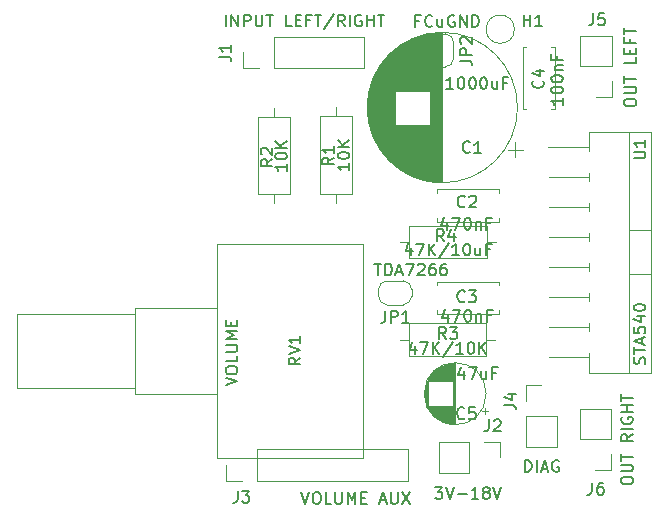
<source format=gbr>
G04 #@! TF.GenerationSoftware,KiCad,Pcbnew,5.1.4+dfsg1-1~bpo10+1*
G04 #@! TF.CreationDate,2020-12-25T00:52:37+00:00*
G04 #@! TF.ProjectId,Multi Watt Amplifier,4d756c74-6920-4576-9174-7420416d706c,rev?*
G04 #@! TF.SameCoordinates,Original*
G04 #@! TF.FileFunction,Legend,Top*
G04 #@! TF.FilePolarity,Positive*
%FSLAX46Y46*%
G04 Gerber Fmt 4.6, Leading zero omitted, Abs format (unit mm)*
G04 Created by KiCad (PCBNEW 5.1.4+dfsg1-1~bpo10+1) date 2020-12-25 00:52:37*
%MOMM*%
%LPD*%
G04 APERTURE LIST*
%ADD10C,0.120000*%
%ADD11C,0.150000*%
G04 APERTURE END LIST*
D10*
X156930000Y-105020000D02*
G75*
G02X156230000Y-104320000I0J700000D01*
G01*
X156230000Y-103720000D02*
G75*
G02X156930000Y-103020000I700000J0D01*
G01*
X158330000Y-103020000D02*
G75*
G02X159030000Y-103720000I0J-700000D01*
G01*
X159030000Y-104320000D02*
G75*
G02X158330000Y-105020000I-700000J0D01*
G01*
X159030000Y-103720000D02*
X159030000Y-104320000D01*
X156930000Y-103020000D02*
X158330000Y-103020000D01*
X156230000Y-104320000D02*
X156230000Y-103720000D01*
X158330000Y-105020000D02*
X156930000Y-105020000D01*
X168000000Y-88340000D02*
G75*
G03X168000000Y-88340000I-6370000J0D01*
G01*
X161630000Y-94670000D02*
X161630000Y-82010000D01*
X161590000Y-94670000D02*
X161590000Y-82010000D01*
X161550000Y-94670000D02*
X161550000Y-82010000D01*
X161510000Y-94669000D02*
X161510000Y-82011000D01*
X161470000Y-94668000D02*
X161470000Y-82012000D01*
X161430000Y-94667000D02*
X161430000Y-82013000D01*
X161390000Y-94666000D02*
X161390000Y-82014000D01*
X161350000Y-94664000D02*
X161350000Y-82016000D01*
X161310000Y-94662000D02*
X161310000Y-82018000D01*
X161270000Y-94660000D02*
X161270000Y-82020000D01*
X161230000Y-94658000D02*
X161230000Y-82022000D01*
X161190000Y-94655000D02*
X161190000Y-82025000D01*
X161150000Y-94652000D02*
X161150000Y-82028000D01*
X161110000Y-94649000D02*
X161110000Y-82031000D01*
X161070000Y-94646000D02*
X161070000Y-82034000D01*
X161030000Y-94642000D02*
X161030000Y-82038000D01*
X160990000Y-94638000D02*
X160990000Y-82042000D01*
X160950000Y-94634000D02*
X160950000Y-82046000D01*
X160909000Y-94630000D02*
X160909000Y-82050000D01*
X160869000Y-94625000D02*
X160869000Y-82055000D01*
X160829000Y-94620000D02*
X160829000Y-82060000D01*
X160789000Y-94615000D02*
X160789000Y-82065000D01*
X160749000Y-94609000D02*
X160749000Y-82071000D01*
X160709000Y-94604000D02*
X160709000Y-82076000D01*
X160669000Y-94598000D02*
X160669000Y-82082000D01*
X160629000Y-94592000D02*
X160629000Y-82088000D01*
X160589000Y-94585000D02*
X160589000Y-82095000D01*
X160549000Y-94578000D02*
X160549000Y-89780000D01*
X160549000Y-86900000D02*
X160549000Y-82102000D01*
X160509000Y-94571000D02*
X160509000Y-89780000D01*
X160509000Y-86900000D02*
X160509000Y-82109000D01*
X160469000Y-94564000D02*
X160469000Y-89780000D01*
X160469000Y-86900000D02*
X160469000Y-82116000D01*
X160429000Y-94556000D02*
X160429000Y-89780000D01*
X160429000Y-86900000D02*
X160429000Y-82124000D01*
X160389000Y-94549000D02*
X160389000Y-89780000D01*
X160389000Y-86900000D02*
X160389000Y-82131000D01*
X160349000Y-94541000D02*
X160349000Y-89780000D01*
X160349000Y-86900000D02*
X160349000Y-82139000D01*
X160309000Y-94532000D02*
X160309000Y-89780000D01*
X160309000Y-86900000D02*
X160309000Y-82148000D01*
X160269000Y-94524000D02*
X160269000Y-89780000D01*
X160269000Y-86900000D02*
X160269000Y-82156000D01*
X160229000Y-94515000D02*
X160229000Y-89780000D01*
X160229000Y-86900000D02*
X160229000Y-82165000D01*
X160189000Y-94506000D02*
X160189000Y-89780000D01*
X160189000Y-86900000D02*
X160189000Y-82174000D01*
X160149000Y-94496000D02*
X160149000Y-89780000D01*
X160149000Y-86900000D02*
X160149000Y-82184000D01*
X160109000Y-94486000D02*
X160109000Y-89780000D01*
X160109000Y-86900000D02*
X160109000Y-82194000D01*
X160069000Y-94477000D02*
X160069000Y-89780000D01*
X160069000Y-86900000D02*
X160069000Y-82203000D01*
X160029000Y-94466000D02*
X160029000Y-89780000D01*
X160029000Y-86900000D02*
X160029000Y-82214000D01*
X159989000Y-94456000D02*
X159989000Y-89780000D01*
X159989000Y-86900000D02*
X159989000Y-82224000D01*
X159949000Y-94445000D02*
X159949000Y-89780000D01*
X159949000Y-86900000D02*
X159949000Y-82235000D01*
X159909000Y-94434000D02*
X159909000Y-89780000D01*
X159909000Y-86900000D02*
X159909000Y-82246000D01*
X159869000Y-94423000D02*
X159869000Y-89780000D01*
X159869000Y-86900000D02*
X159869000Y-82257000D01*
X159829000Y-94411000D02*
X159829000Y-89780000D01*
X159829000Y-86900000D02*
X159829000Y-82269000D01*
X159789000Y-94399000D02*
X159789000Y-89780000D01*
X159789000Y-86900000D02*
X159789000Y-82281000D01*
X159749000Y-94387000D02*
X159749000Y-89780000D01*
X159749000Y-86900000D02*
X159749000Y-82293000D01*
X159709000Y-94374000D02*
X159709000Y-89780000D01*
X159709000Y-86900000D02*
X159709000Y-82306000D01*
X159669000Y-94361000D02*
X159669000Y-89780000D01*
X159669000Y-86900000D02*
X159669000Y-82319000D01*
X159629000Y-94348000D02*
X159629000Y-89780000D01*
X159629000Y-86900000D02*
X159629000Y-82332000D01*
X159589000Y-94335000D02*
X159589000Y-89780000D01*
X159589000Y-86900000D02*
X159589000Y-82345000D01*
X159549000Y-94321000D02*
X159549000Y-89780000D01*
X159549000Y-86900000D02*
X159549000Y-82359000D01*
X159509000Y-94307000D02*
X159509000Y-89780000D01*
X159509000Y-86900000D02*
X159509000Y-82373000D01*
X159469000Y-94293000D02*
X159469000Y-89780000D01*
X159469000Y-86900000D02*
X159469000Y-82387000D01*
X159429000Y-94279000D02*
X159429000Y-89780000D01*
X159429000Y-86900000D02*
X159429000Y-82401000D01*
X159389000Y-94264000D02*
X159389000Y-89780000D01*
X159389000Y-86900000D02*
X159389000Y-82416000D01*
X159349000Y-94248000D02*
X159349000Y-89780000D01*
X159349000Y-86900000D02*
X159349000Y-82432000D01*
X159309000Y-94233000D02*
X159309000Y-89780000D01*
X159309000Y-86900000D02*
X159309000Y-82447000D01*
X159269000Y-94217000D02*
X159269000Y-89780000D01*
X159269000Y-86900000D02*
X159269000Y-82463000D01*
X159229000Y-94201000D02*
X159229000Y-89780000D01*
X159229000Y-86900000D02*
X159229000Y-82479000D01*
X159189000Y-94185000D02*
X159189000Y-89780000D01*
X159189000Y-86900000D02*
X159189000Y-82495000D01*
X159149000Y-94168000D02*
X159149000Y-89780000D01*
X159149000Y-86900000D02*
X159149000Y-82512000D01*
X159109000Y-94151000D02*
X159109000Y-89780000D01*
X159109000Y-86900000D02*
X159109000Y-82529000D01*
X159069000Y-94133000D02*
X159069000Y-89780000D01*
X159069000Y-86900000D02*
X159069000Y-82547000D01*
X159029000Y-94116000D02*
X159029000Y-89780000D01*
X159029000Y-86900000D02*
X159029000Y-82564000D01*
X158989000Y-94098000D02*
X158989000Y-89780000D01*
X158989000Y-86900000D02*
X158989000Y-82582000D01*
X158949000Y-94079000D02*
X158949000Y-89780000D01*
X158949000Y-86900000D02*
X158949000Y-82601000D01*
X158909000Y-94061000D02*
X158909000Y-89780000D01*
X158909000Y-86900000D02*
X158909000Y-82619000D01*
X158869000Y-94042000D02*
X158869000Y-89780000D01*
X158869000Y-86900000D02*
X158869000Y-82638000D01*
X158829000Y-94022000D02*
X158829000Y-89780000D01*
X158829000Y-86900000D02*
X158829000Y-82658000D01*
X158789000Y-94002000D02*
X158789000Y-89780000D01*
X158789000Y-86900000D02*
X158789000Y-82678000D01*
X158749000Y-93982000D02*
X158749000Y-89780000D01*
X158749000Y-86900000D02*
X158749000Y-82698000D01*
X158709000Y-93962000D02*
X158709000Y-89780000D01*
X158709000Y-86900000D02*
X158709000Y-82718000D01*
X158669000Y-93941000D02*
X158669000Y-89780000D01*
X158669000Y-86900000D02*
X158669000Y-82739000D01*
X158629000Y-93920000D02*
X158629000Y-89780000D01*
X158629000Y-86900000D02*
X158629000Y-82760000D01*
X158589000Y-93898000D02*
X158589000Y-89780000D01*
X158589000Y-86900000D02*
X158589000Y-82782000D01*
X158549000Y-93876000D02*
X158549000Y-89780000D01*
X158549000Y-86900000D02*
X158549000Y-82804000D01*
X158509000Y-93854000D02*
X158509000Y-89780000D01*
X158509000Y-86900000D02*
X158509000Y-82826000D01*
X158469000Y-93831000D02*
X158469000Y-89780000D01*
X158469000Y-86900000D02*
X158469000Y-82849000D01*
X158429000Y-93808000D02*
X158429000Y-89780000D01*
X158429000Y-86900000D02*
X158429000Y-82872000D01*
X158389000Y-93785000D02*
X158389000Y-89780000D01*
X158389000Y-86900000D02*
X158389000Y-82895000D01*
X158349000Y-93761000D02*
X158349000Y-89780000D01*
X158349000Y-86900000D02*
X158349000Y-82919000D01*
X158309000Y-93737000D02*
X158309000Y-89780000D01*
X158309000Y-86900000D02*
X158309000Y-82943000D01*
X158269000Y-93712000D02*
X158269000Y-89780000D01*
X158269000Y-86900000D02*
X158269000Y-82968000D01*
X158229000Y-93687000D02*
X158229000Y-89780000D01*
X158229000Y-86900000D02*
X158229000Y-82993000D01*
X158189000Y-93662000D02*
X158189000Y-89780000D01*
X158189000Y-86900000D02*
X158189000Y-83018000D01*
X158149000Y-93636000D02*
X158149000Y-89780000D01*
X158149000Y-86900000D02*
X158149000Y-83044000D01*
X158109000Y-93610000D02*
X158109000Y-89780000D01*
X158109000Y-86900000D02*
X158109000Y-83070000D01*
X158069000Y-93583000D02*
X158069000Y-89780000D01*
X158069000Y-86900000D02*
X158069000Y-83097000D01*
X158029000Y-93556000D02*
X158029000Y-89780000D01*
X158029000Y-86900000D02*
X158029000Y-83124000D01*
X157989000Y-93528000D02*
X157989000Y-89780000D01*
X157989000Y-86900000D02*
X157989000Y-83152000D01*
X157949000Y-93500000D02*
X157949000Y-89780000D01*
X157949000Y-86900000D02*
X157949000Y-83180000D01*
X157909000Y-93471000D02*
X157909000Y-89780000D01*
X157909000Y-86900000D02*
X157909000Y-83209000D01*
X157869000Y-93442000D02*
X157869000Y-89780000D01*
X157869000Y-86900000D02*
X157869000Y-83238000D01*
X157829000Y-93413000D02*
X157829000Y-89780000D01*
X157829000Y-86900000D02*
X157829000Y-83267000D01*
X157789000Y-93383000D02*
X157789000Y-89780000D01*
X157789000Y-86900000D02*
X157789000Y-83297000D01*
X157749000Y-93352000D02*
X157749000Y-89780000D01*
X157749000Y-86900000D02*
X157749000Y-83328000D01*
X157709000Y-93322000D02*
X157709000Y-89780000D01*
X157709000Y-86900000D02*
X157709000Y-83358000D01*
X157669000Y-93290000D02*
X157669000Y-83390000D01*
X157629000Y-93258000D02*
X157629000Y-83422000D01*
X157589000Y-93225000D02*
X157589000Y-83455000D01*
X157549000Y-93192000D02*
X157549000Y-83488000D01*
X157509000Y-93159000D02*
X157509000Y-83521000D01*
X157469000Y-93125000D02*
X157469000Y-83555000D01*
X157429000Y-93090000D02*
X157429000Y-83590000D01*
X157389000Y-93054000D02*
X157389000Y-83626000D01*
X157349000Y-93018000D02*
X157349000Y-83662000D01*
X157309000Y-92982000D02*
X157309000Y-83698000D01*
X157269000Y-92945000D02*
X157269000Y-83735000D01*
X157229000Y-92907000D02*
X157229000Y-83773000D01*
X157189000Y-92868000D02*
X157189000Y-83812000D01*
X157149000Y-92829000D02*
X157149000Y-83851000D01*
X157109000Y-92789000D02*
X157109000Y-83891000D01*
X157069000Y-92748000D02*
X157069000Y-83932000D01*
X157029000Y-92707000D02*
X157029000Y-83973000D01*
X156989000Y-92665000D02*
X156989000Y-84015000D01*
X156949000Y-92622000D02*
X156949000Y-84058000D01*
X156909000Y-92578000D02*
X156909000Y-84102000D01*
X156869000Y-92534000D02*
X156869000Y-84146000D01*
X156829000Y-92488000D02*
X156829000Y-84192000D01*
X156789000Y-92442000D02*
X156789000Y-84238000D01*
X156749000Y-92395000D02*
X156749000Y-84285000D01*
X156709000Y-92347000D02*
X156709000Y-84333000D01*
X156669000Y-92297000D02*
X156669000Y-84383000D01*
X156629000Y-92247000D02*
X156629000Y-84433000D01*
X156589000Y-92196000D02*
X156589000Y-84484000D01*
X156549000Y-92144000D02*
X156549000Y-84536000D01*
X156509000Y-92090000D02*
X156509000Y-84590000D01*
X156469000Y-92036000D02*
X156469000Y-84644000D01*
X156429000Y-91980000D02*
X156429000Y-84700000D01*
X156389000Y-91923000D02*
X156389000Y-84757000D01*
X156349000Y-91864000D02*
X156349000Y-84816000D01*
X156309000Y-91804000D02*
X156309000Y-84876000D01*
X156269000Y-91742000D02*
X156269000Y-84938000D01*
X156229000Y-91679000D02*
X156229000Y-85001000D01*
X156189000Y-91615000D02*
X156189000Y-85065000D01*
X156149000Y-91548000D02*
X156149000Y-85132000D01*
X156109000Y-91480000D02*
X156109000Y-85200000D01*
X156069000Y-91409000D02*
X156069000Y-85271000D01*
X156029000Y-91336000D02*
X156029000Y-85344000D01*
X155989000Y-91261000D02*
X155989000Y-85419000D01*
X155949000Y-91184000D02*
X155949000Y-85496000D01*
X155909000Y-91104000D02*
X155909000Y-85576000D01*
X155869000Y-91021000D02*
X155869000Y-85659000D01*
X155829000Y-90934000D02*
X155829000Y-85746000D01*
X155789000Y-90844000D02*
X155789000Y-85836000D01*
X155749000Y-90750000D02*
X155749000Y-85930000D01*
X155709000Y-90652000D02*
X155709000Y-86028000D01*
X155669000Y-90549000D02*
X155669000Y-86131000D01*
X155629000Y-90440000D02*
X155629000Y-86240000D01*
X155589000Y-90324000D02*
X155589000Y-86356000D01*
X155549000Y-90201000D02*
X155549000Y-86479000D01*
X155509000Y-90068000D02*
X155509000Y-86612000D01*
X155469000Y-89923000D02*
X155469000Y-86757000D01*
X155429000Y-89762000D02*
X155429000Y-86918000D01*
X155389000Y-89581000D02*
X155389000Y-87099000D01*
X155349000Y-89368000D02*
X155349000Y-87312000D01*
X155309000Y-89097000D02*
X155309000Y-87583000D01*
X155269000Y-88657000D02*
X155269000Y-88023000D01*
X168447082Y-91915000D02*
X167197082Y-91915000D01*
X167822082Y-92540000D02*
X167822082Y-91290000D01*
X166400000Y-98020000D02*
X161160000Y-98020000D01*
X166400000Y-95280000D02*
X161160000Y-95280000D01*
X166400000Y-98020000D02*
X166400000Y-97705000D01*
X166400000Y-95595000D02*
X166400000Y-95280000D01*
X161160000Y-98020000D02*
X161160000Y-97705000D01*
X161160000Y-95595000D02*
X161160000Y-95280000D01*
X161160000Y-103405000D02*
X161160000Y-103090000D01*
X161160000Y-105830000D02*
X161160000Y-105515000D01*
X166400000Y-103405000D02*
X166400000Y-103090000D01*
X166400000Y-105830000D02*
X166400000Y-105515000D01*
X166400000Y-103090000D02*
X161160000Y-103090000D01*
X166400000Y-105830000D02*
X161160000Y-105830000D01*
X171180000Y-83230000D02*
X171180000Y-88470000D01*
X168440000Y-83230000D02*
X168440000Y-88470000D01*
X171180000Y-83230000D02*
X170865000Y-83230000D01*
X168755000Y-83230000D02*
X168440000Y-83230000D01*
X171180000Y-88470000D02*
X170865000Y-88470000D01*
X168755000Y-88470000D02*
X168440000Y-88470000D01*
X165340000Y-112570000D02*
G75*
G03X165340000Y-112570000I-2620000J0D01*
G01*
X162720000Y-115150000D02*
X162720000Y-109990000D01*
X162680000Y-115150000D02*
X162680000Y-109990000D01*
X162640000Y-115149000D02*
X162640000Y-109991000D01*
X162600000Y-115148000D02*
X162600000Y-109992000D01*
X162560000Y-115146000D02*
X162560000Y-109994000D01*
X162520000Y-115143000D02*
X162520000Y-109997000D01*
X162480000Y-115139000D02*
X162480000Y-113610000D01*
X162480000Y-111530000D02*
X162480000Y-110001000D01*
X162440000Y-115135000D02*
X162440000Y-113610000D01*
X162440000Y-111530000D02*
X162440000Y-110005000D01*
X162400000Y-115131000D02*
X162400000Y-113610000D01*
X162400000Y-111530000D02*
X162400000Y-110009000D01*
X162360000Y-115126000D02*
X162360000Y-113610000D01*
X162360000Y-111530000D02*
X162360000Y-110014000D01*
X162320000Y-115120000D02*
X162320000Y-113610000D01*
X162320000Y-111530000D02*
X162320000Y-110020000D01*
X162280000Y-115113000D02*
X162280000Y-113610000D01*
X162280000Y-111530000D02*
X162280000Y-110027000D01*
X162240000Y-115106000D02*
X162240000Y-113610000D01*
X162240000Y-111530000D02*
X162240000Y-110034000D01*
X162200000Y-115098000D02*
X162200000Y-113610000D01*
X162200000Y-111530000D02*
X162200000Y-110042000D01*
X162160000Y-115090000D02*
X162160000Y-113610000D01*
X162160000Y-111530000D02*
X162160000Y-110050000D01*
X162120000Y-115081000D02*
X162120000Y-113610000D01*
X162120000Y-111530000D02*
X162120000Y-110059000D01*
X162080000Y-115071000D02*
X162080000Y-113610000D01*
X162080000Y-111530000D02*
X162080000Y-110069000D01*
X162040000Y-115061000D02*
X162040000Y-113610000D01*
X162040000Y-111530000D02*
X162040000Y-110079000D01*
X161999000Y-115050000D02*
X161999000Y-113610000D01*
X161999000Y-111530000D02*
X161999000Y-110090000D01*
X161959000Y-115038000D02*
X161959000Y-113610000D01*
X161959000Y-111530000D02*
X161959000Y-110102000D01*
X161919000Y-115025000D02*
X161919000Y-113610000D01*
X161919000Y-111530000D02*
X161919000Y-110115000D01*
X161879000Y-115012000D02*
X161879000Y-113610000D01*
X161879000Y-111530000D02*
X161879000Y-110128000D01*
X161839000Y-114998000D02*
X161839000Y-113610000D01*
X161839000Y-111530000D02*
X161839000Y-110142000D01*
X161799000Y-114984000D02*
X161799000Y-113610000D01*
X161799000Y-111530000D02*
X161799000Y-110156000D01*
X161759000Y-114968000D02*
X161759000Y-113610000D01*
X161759000Y-111530000D02*
X161759000Y-110172000D01*
X161719000Y-114952000D02*
X161719000Y-113610000D01*
X161719000Y-111530000D02*
X161719000Y-110188000D01*
X161679000Y-114935000D02*
X161679000Y-113610000D01*
X161679000Y-111530000D02*
X161679000Y-110205000D01*
X161639000Y-114918000D02*
X161639000Y-113610000D01*
X161639000Y-111530000D02*
X161639000Y-110222000D01*
X161599000Y-114899000D02*
X161599000Y-113610000D01*
X161599000Y-111530000D02*
X161599000Y-110241000D01*
X161559000Y-114880000D02*
X161559000Y-113610000D01*
X161559000Y-111530000D02*
X161559000Y-110260000D01*
X161519000Y-114860000D02*
X161519000Y-113610000D01*
X161519000Y-111530000D02*
X161519000Y-110280000D01*
X161479000Y-114838000D02*
X161479000Y-113610000D01*
X161479000Y-111530000D02*
X161479000Y-110302000D01*
X161439000Y-114817000D02*
X161439000Y-113610000D01*
X161439000Y-111530000D02*
X161439000Y-110323000D01*
X161399000Y-114794000D02*
X161399000Y-113610000D01*
X161399000Y-111530000D02*
X161399000Y-110346000D01*
X161359000Y-114770000D02*
X161359000Y-113610000D01*
X161359000Y-111530000D02*
X161359000Y-110370000D01*
X161319000Y-114745000D02*
X161319000Y-113610000D01*
X161319000Y-111530000D02*
X161319000Y-110395000D01*
X161279000Y-114719000D02*
X161279000Y-113610000D01*
X161279000Y-111530000D02*
X161279000Y-110421000D01*
X161239000Y-114692000D02*
X161239000Y-113610000D01*
X161239000Y-111530000D02*
X161239000Y-110448000D01*
X161199000Y-114665000D02*
X161199000Y-113610000D01*
X161199000Y-111530000D02*
X161199000Y-110475000D01*
X161159000Y-114635000D02*
X161159000Y-113610000D01*
X161159000Y-111530000D02*
X161159000Y-110505000D01*
X161119000Y-114605000D02*
X161119000Y-113610000D01*
X161119000Y-111530000D02*
X161119000Y-110535000D01*
X161079000Y-114574000D02*
X161079000Y-113610000D01*
X161079000Y-111530000D02*
X161079000Y-110566000D01*
X161039000Y-114541000D02*
X161039000Y-113610000D01*
X161039000Y-111530000D02*
X161039000Y-110599000D01*
X160999000Y-114507000D02*
X160999000Y-113610000D01*
X160999000Y-111530000D02*
X160999000Y-110633000D01*
X160959000Y-114471000D02*
X160959000Y-113610000D01*
X160959000Y-111530000D02*
X160959000Y-110669000D01*
X160919000Y-114434000D02*
X160919000Y-113610000D01*
X160919000Y-111530000D02*
X160919000Y-110706000D01*
X160879000Y-114396000D02*
X160879000Y-113610000D01*
X160879000Y-111530000D02*
X160879000Y-110744000D01*
X160839000Y-114355000D02*
X160839000Y-113610000D01*
X160839000Y-111530000D02*
X160839000Y-110785000D01*
X160799000Y-114313000D02*
X160799000Y-113610000D01*
X160799000Y-111530000D02*
X160799000Y-110827000D01*
X160759000Y-114269000D02*
X160759000Y-113610000D01*
X160759000Y-111530000D02*
X160759000Y-110871000D01*
X160719000Y-114223000D02*
X160719000Y-113610000D01*
X160719000Y-111530000D02*
X160719000Y-110917000D01*
X160679000Y-114175000D02*
X160679000Y-113610000D01*
X160679000Y-111530000D02*
X160679000Y-110965000D01*
X160639000Y-114124000D02*
X160639000Y-113610000D01*
X160639000Y-111530000D02*
X160639000Y-111016000D01*
X160599000Y-114070000D02*
X160599000Y-113610000D01*
X160599000Y-111530000D02*
X160599000Y-111070000D01*
X160559000Y-114013000D02*
X160559000Y-113610000D01*
X160559000Y-111530000D02*
X160559000Y-111127000D01*
X160519000Y-113953000D02*
X160519000Y-113610000D01*
X160519000Y-111530000D02*
X160519000Y-111187000D01*
X160479000Y-113889000D02*
X160479000Y-113610000D01*
X160479000Y-111530000D02*
X160479000Y-111251000D01*
X160439000Y-113821000D02*
X160439000Y-113610000D01*
X160439000Y-111530000D02*
X160439000Y-111319000D01*
X160399000Y-113748000D02*
X160399000Y-111392000D01*
X160359000Y-113668000D02*
X160359000Y-111472000D01*
X160319000Y-113581000D02*
X160319000Y-111559000D01*
X160279000Y-113485000D02*
X160279000Y-111655000D01*
X160239000Y-113375000D02*
X160239000Y-111765000D01*
X160199000Y-113247000D02*
X160199000Y-111893000D01*
X160159000Y-113088000D02*
X160159000Y-112052000D01*
X160119000Y-112854000D02*
X160119000Y-112286000D01*
X165524775Y-114045000D02*
X165024775Y-114045000D01*
X165274775Y-114295000D02*
X165274775Y-113795000D01*
X155040000Y-84990000D02*
X155040000Y-82330000D01*
X147360000Y-84990000D02*
X155040000Y-84990000D01*
X147360000Y-82330000D02*
X155040000Y-82330000D01*
X147360000Y-84990000D02*
X147360000Y-82330000D01*
X146090000Y-84990000D02*
X144760000Y-84990000D01*
X144760000Y-84990000D02*
X144760000Y-83660000D01*
X166530000Y-116640000D02*
X166530000Y-117970000D01*
X165200000Y-116640000D02*
X166530000Y-116640000D01*
X163930000Y-116640000D02*
X163930000Y-119300000D01*
X163930000Y-119300000D02*
X161330000Y-119300000D01*
X163930000Y-116640000D02*
X161330000Y-116640000D01*
X161330000Y-116640000D02*
X161330000Y-119300000D01*
X158720000Y-119920000D02*
X158720000Y-117260000D01*
X145960000Y-119920000D02*
X158720000Y-119920000D01*
X145960000Y-117260000D02*
X158720000Y-117260000D01*
X145960000Y-119920000D02*
X145960000Y-117260000D01*
X144690000Y-119920000D02*
X143360000Y-119920000D01*
X143360000Y-119920000D02*
X143360000Y-118590000D01*
X168690000Y-117050000D02*
X171350000Y-117050000D01*
X168690000Y-114450000D02*
X168690000Y-117050000D01*
X171350000Y-114450000D02*
X171350000Y-117050000D01*
X168690000Y-114450000D02*
X171350000Y-114450000D01*
X168690000Y-113180000D02*
X168690000Y-111850000D01*
X168690000Y-111850000D02*
X170020000Y-111850000D01*
X175970000Y-87450000D02*
X174640000Y-87450000D01*
X175970000Y-86120000D02*
X175970000Y-87450000D01*
X175970000Y-84850000D02*
X173310000Y-84850000D01*
X173310000Y-84850000D02*
X173310000Y-82250000D01*
X175970000Y-84850000D02*
X175970000Y-82250000D01*
X175970000Y-82250000D02*
X173310000Y-82250000D01*
X175920000Y-113840000D02*
X173260000Y-113840000D01*
X175920000Y-116440000D02*
X175920000Y-113840000D01*
X173260000Y-116440000D02*
X173260000Y-113840000D01*
X175920000Y-116440000D02*
X173260000Y-116440000D01*
X175920000Y-117710000D02*
X175920000Y-119040000D01*
X175920000Y-119040000D02*
X174590000Y-119040000D01*
X152650000Y-88330000D02*
X152650000Y-89100000D01*
X152650000Y-96410000D02*
X152650000Y-95640000D01*
X151280000Y-89100000D02*
X151280000Y-95640000D01*
X154020000Y-89100000D02*
X151280000Y-89100000D01*
X154020000Y-95640000D02*
X154020000Y-89100000D01*
X151280000Y-95640000D02*
X154020000Y-95640000D01*
X145990000Y-95690000D02*
X148730000Y-95690000D01*
X148730000Y-95690000D02*
X148730000Y-89150000D01*
X148730000Y-89150000D02*
X145990000Y-89150000D01*
X145990000Y-89150000D02*
X145990000Y-95690000D01*
X147360000Y-96460000D02*
X147360000Y-95690000D01*
X147360000Y-88380000D02*
X147360000Y-89150000D01*
X158040000Y-107990000D02*
X158810000Y-107990000D01*
X166120000Y-107990000D02*
X165350000Y-107990000D01*
X158810000Y-109360000D02*
X165350000Y-109360000D01*
X158810000Y-106620000D02*
X158810000Y-109360000D01*
X165350000Y-106620000D02*
X158810000Y-106620000D01*
X165350000Y-109360000D02*
X165350000Y-106620000D01*
X165390000Y-101090000D02*
X165390000Y-98350000D01*
X165390000Y-98350000D02*
X158850000Y-98350000D01*
X158850000Y-98350000D02*
X158850000Y-101090000D01*
X158850000Y-101090000D02*
X165390000Y-101090000D01*
X166160000Y-99720000D02*
X165390000Y-99720000D01*
X158080000Y-99720000D02*
X158850000Y-99720000D01*
X154930000Y-118020000D02*
X142590000Y-118020000D01*
X154930000Y-99880000D02*
X142590000Y-99880000D01*
X154930000Y-118020000D02*
X154930000Y-99880000D01*
X142590000Y-118020000D02*
X142590000Y-99880000D01*
X142590000Y-112570000D02*
X135590000Y-112570000D01*
X142590000Y-105330000D02*
X135590000Y-105330000D01*
X142590000Y-112570000D02*
X142590000Y-105330000D01*
X135590000Y-112570000D02*
X135590000Y-105330000D01*
X135590000Y-112070000D02*
X125590000Y-112070000D01*
X135590000Y-105829000D02*
X125590000Y-105829000D01*
X135590000Y-112070000D02*
X135590000Y-105829000D01*
X125590000Y-112070000D02*
X125590000Y-105829000D01*
X179270000Y-90380000D02*
X179270000Y-110820000D01*
X174029000Y-90380000D02*
X174029000Y-92056000D01*
X174029000Y-93905000D02*
X174029000Y-94596000D01*
X174029000Y-96445000D02*
X174029000Y-97136000D01*
X174029000Y-98985000D02*
X174029000Y-99676000D01*
X174029000Y-101525000D02*
X174029000Y-102216000D01*
X174029000Y-104065000D02*
X174029000Y-104756000D01*
X174029000Y-106605000D02*
X174029000Y-107296000D01*
X174029000Y-109145000D02*
X174029000Y-110820000D01*
X179270000Y-90380000D02*
X174029000Y-90380000D01*
X179270000Y-110820000D02*
X174029000Y-110820000D01*
X177430000Y-90380000D02*
X177430000Y-110820000D01*
X179270000Y-98751000D02*
X177430000Y-98751000D01*
X179270000Y-102450000D02*
X177430000Y-102450000D01*
X174029000Y-91710000D02*
X170620000Y-91710000D01*
X174029000Y-94250000D02*
X170635000Y-94250000D01*
X174029000Y-96790000D02*
X170635000Y-96790000D01*
X174029000Y-99330000D02*
X170635000Y-99330000D01*
X174029000Y-101870000D02*
X170635000Y-101870000D01*
X174029000Y-104410000D02*
X170635000Y-104410000D01*
X174029000Y-106950000D02*
X170635000Y-106950000D01*
X174029000Y-109490000D02*
X170635000Y-109490000D01*
X162580000Y-82800000D02*
X162580000Y-84200000D01*
X161880000Y-84900000D02*
X161280000Y-84900000D01*
X160580000Y-84200000D02*
X160580000Y-82800000D01*
X161280000Y-82100000D02*
X161880000Y-82100000D01*
X161880000Y-82100000D02*
G75*
G02X162580000Y-82800000I0J-700000D01*
G01*
X160580000Y-82800000D02*
G75*
G02X161280000Y-82100000I700000J0D01*
G01*
X161280000Y-84900000D02*
G75*
G02X160580000Y-84200000I0J700000D01*
G01*
X162580000Y-84200000D02*
G75*
G02X161880000Y-84900000I-700000J0D01*
G01*
X167740000Y-81710000D02*
G75*
G03X167740000Y-81710000I-1200000J0D01*
G01*
D11*
X156806666Y-105552380D02*
X156806666Y-106266666D01*
X156759047Y-106409523D01*
X156663809Y-106504761D01*
X156520952Y-106552380D01*
X156425714Y-106552380D01*
X157282857Y-106552380D02*
X157282857Y-105552380D01*
X157663809Y-105552380D01*
X157759047Y-105600000D01*
X157806666Y-105647619D01*
X157854285Y-105742857D01*
X157854285Y-105885714D01*
X157806666Y-105980952D01*
X157759047Y-106028571D01*
X157663809Y-106076190D01*
X157282857Y-106076190D01*
X158806666Y-106552380D02*
X158235238Y-106552380D01*
X158520952Y-106552380D02*
X158520952Y-105552380D01*
X158425714Y-105695238D01*
X158330476Y-105790476D01*
X158235238Y-105838095D01*
X155890952Y-101552380D02*
X156462380Y-101552380D01*
X156176666Y-102552380D02*
X156176666Y-101552380D01*
X156795714Y-102552380D02*
X156795714Y-101552380D01*
X157033809Y-101552380D01*
X157176666Y-101600000D01*
X157271904Y-101695238D01*
X157319523Y-101790476D01*
X157367142Y-101980952D01*
X157367142Y-102123809D01*
X157319523Y-102314285D01*
X157271904Y-102409523D01*
X157176666Y-102504761D01*
X157033809Y-102552380D01*
X156795714Y-102552380D01*
X157748095Y-102266666D02*
X158224285Y-102266666D01*
X157652857Y-102552380D02*
X157986190Y-101552380D01*
X158319523Y-102552380D01*
X158557619Y-101552380D02*
X159224285Y-101552380D01*
X158795714Y-102552380D01*
X159557619Y-101647619D02*
X159605238Y-101600000D01*
X159700476Y-101552380D01*
X159938571Y-101552380D01*
X160033809Y-101600000D01*
X160081428Y-101647619D01*
X160129047Y-101742857D01*
X160129047Y-101838095D01*
X160081428Y-101980952D01*
X159510000Y-102552380D01*
X160129047Y-102552380D01*
X160986190Y-101552380D02*
X160795714Y-101552380D01*
X160700476Y-101600000D01*
X160652857Y-101647619D01*
X160557619Y-101790476D01*
X160510000Y-101980952D01*
X160510000Y-102361904D01*
X160557619Y-102457142D01*
X160605238Y-102504761D01*
X160700476Y-102552380D01*
X160890952Y-102552380D01*
X160986190Y-102504761D01*
X161033809Y-102457142D01*
X161081428Y-102361904D01*
X161081428Y-102123809D01*
X161033809Y-102028571D01*
X160986190Y-101980952D01*
X160890952Y-101933333D01*
X160700476Y-101933333D01*
X160605238Y-101980952D01*
X160557619Y-102028571D01*
X160510000Y-102123809D01*
X161938571Y-101552380D02*
X161748095Y-101552380D01*
X161652857Y-101600000D01*
X161605238Y-101647619D01*
X161510000Y-101790476D01*
X161462380Y-101980952D01*
X161462380Y-102361904D01*
X161510000Y-102457142D01*
X161557619Y-102504761D01*
X161652857Y-102552380D01*
X161843333Y-102552380D01*
X161938571Y-102504761D01*
X161986190Y-102457142D01*
X162033809Y-102361904D01*
X162033809Y-102123809D01*
X161986190Y-102028571D01*
X161938571Y-101980952D01*
X161843333Y-101933333D01*
X161652857Y-101933333D01*
X161557619Y-101980952D01*
X161510000Y-102028571D01*
X161462380Y-102123809D01*
X163963333Y-92097142D02*
X163915714Y-92144761D01*
X163772857Y-92192380D01*
X163677619Y-92192380D01*
X163534761Y-92144761D01*
X163439523Y-92049523D01*
X163391904Y-91954285D01*
X163344285Y-91763809D01*
X163344285Y-91620952D01*
X163391904Y-91430476D01*
X163439523Y-91335238D01*
X163534761Y-91240000D01*
X163677619Y-91192380D01*
X163772857Y-91192380D01*
X163915714Y-91240000D01*
X163963333Y-91287619D01*
X164915714Y-92192380D02*
X164344285Y-92192380D01*
X164630000Y-92192380D02*
X164630000Y-91192380D01*
X164534761Y-91335238D01*
X164439523Y-91430476D01*
X164344285Y-91478095D01*
X162556190Y-86762380D02*
X161984761Y-86762380D01*
X162270476Y-86762380D02*
X162270476Y-85762380D01*
X162175238Y-85905238D01*
X162080000Y-86000476D01*
X161984761Y-86048095D01*
X163175238Y-85762380D02*
X163270476Y-85762380D01*
X163365714Y-85810000D01*
X163413333Y-85857619D01*
X163460952Y-85952857D01*
X163508571Y-86143333D01*
X163508571Y-86381428D01*
X163460952Y-86571904D01*
X163413333Y-86667142D01*
X163365714Y-86714761D01*
X163270476Y-86762380D01*
X163175238Y-86762380D01*
X163080000Y-86714761D01*
X163032380Y-86667142D01*
X162984761Y-86571904D01*
X162937142Y-86381428D01*
X162937142Y-86143333D01*
X162984761Y-85952857D01*
X163032380Y-85857619D01*
X163080000Y-85810000D01*
X163175238Y-85762380D01*
X164127619Y-85762380D02*
X164222857Y-85762380D01*
X164318095Y-85810000D01*
X164365714Y-85857619D01*
X164413333Y-85952857D01*
X164460952Y-86143333D01*
X164460952Y-86381428D01*
X164413333Y-86571904D01*
X164365714Y-86667142D01*
X164318095Y-86714761D01*
X164222857Y-86762380D01*
X164127619Y-86762380D01*
X164032380Y-86714761D01*
X163984761Y-86667142D01*
X163937142Y-86571904D01*
X163889523Y-86381428D01*
X163889523Y-86143333D01*
X163937142Y-85952857D01*
X163984761Y-85857619D01*
X164032380Y-85810000D01*
X164127619Y-85762380D01*
X165080000Y-85762380D02*
X165175238Y-85762380D01*
X165270476Y-85810000D01*
X165318095Y-85857619D01*
X165365714Y-85952857D01*
X165413333Y-86143333D01*
X165413333Y-86381428D01*
X165365714Y-86571904D01*
X165318095Y-86667142D01*
X165270476Y-86714761D01*
X165175238Y-86762380D01*
X165080000Y-86762380D01*
X164984761Y-86714761D01*
X164937142Y-86667142D01*
X164889523Y-86571904D01*
X164841904Y-86381428D01*
X164841904Y-86143333D01*
X164889523Y-85952857D01*
X164937142Y-85857619D01*
X164984761Y-85810000D01*
X165080000Y-85762380D01*
X166270476Y-86095714D02*
X166270476Y-86762380D01*
X165841904Y-86095714D02*
X165841904Y-86619523D01*
X165889523Y-86714761D01*
X165984761Y-86762380D01*
X166127619Y-86762380D01*
X166222857Y-86714761D01*
X166270476Y-86667142D01*
X167080000Y-86238571D02*
X166746666Y-86238571D01*
X166746666Y-86762380D02*
X166746666Y-85762380D01*
X167222857Y-85762380D01*
X163553333Y-96697142D02*
X163505714Y-96744761D01*
X163362857Y-96792380D01*
X163267619Y-96792380D01*
X163124761Y-96744761D01*
X163029523Y-96649523D01*
X162981904Y-96554285D01*
X162934285Y-96363809D01*
X162934285Y-96220952D01*
X162981904Y-96030476D01*
X163029523Y-95935238D01*
X163124761Y-95840000D01*
X163267619Y-95792380D01*
X163362857Y-95792380D01*
X163505714Y-95840000D01*
X163553333Y-95887619D01*
X163934285Y-95887619D02*
X163981904Y-95840000D01*
X164077142Y-95792380D01*
X164315238Y-95792380D01*
X164410476Y-95840000D01*
X164458095Y-95887619D01*
X164505714Y-95982857D01*
X164505714Y-96078095D01*
X164458095Y-96220952D01*
X163886666Y-96792380D01*
X164505714Y-96792380D01*
X162037142Y-98005714D02*
X162037142Y-98672380D01*
X161799047Y-97624761D02*
X161560952Y-98339047D01*
X162180000Y-98339047D01*
X162465714Y-97672380D02*
X163132380Y-97672380D01*
X162703809Y-98672380D01*
X163703809Y-97672380D02*
X163799047Y-97672380D01*
X163894285Y-97720000D01*
X163941904Y-97767619D01*
X163989523Y-97862857D01*
X164037142Y-98053333D01*
X164037142Y-98291428D01*
X163989523Y-98481904D01*
X163941904Y-98577142D01*
X163894285Y-98624761D01*
X163799047Y-98672380D01*
X163703809Y-98672380D01*
X163608571Y-98624761D01*
X163560952Y-98577142D01*
X163513333Y-98481904D01*
X163465714Y-98291428D01*
X163465714Y-98053333D01*
X163513333Y-97862857D01*
X163560952Y-97767619D01*
X163608571Y-97720000D01*
X163703809Y-97672380D01*
X164465714Y-98005714D02*
X164465714Y-98672380D01*
X164465714Y-98100952D02*
X164513333Y-98053333D01*
X164608571Y-98005714D01*
X164751428Y-98005714D01*
X164846666Y-98053333D01*
X164894285Y-98148571D01*
X164894285Y-98672380D01*
X165703809Y-98148571D02*
X165370476Y-98148571D01*
X165370476Y-98672380D02*
X165370476Y-97672380D01*
X165846666Y-97672380D01*
X163533333Y-104737142D02*
X163485714Y-104784761D01*
X163342857Y-104832380D01*
X163247619Y-104832380D01*
X163104761Y-104784761D01*
X163009523Y-104689523D01*
X162961904Y-104594285D01*
X162914285Y-104403809D01*
X162914285Y-104260952D01*
X162961904Y-104070476D01*
X163009523Y-103975238D01*
X163104761Y-103880000D01*
X163247619Y-103832380D01*
X163342857Y-103832380D01*
X163485714Y-103880000D01*
X163533333Y-103927619D01*
X163866666Y-103832380D02*
X164485714Y-103832380D01*
X164152380Y-104213333D01*
X164295238Y-104213333D01*
X164390476Y-104260952D01*
X164438095Y-104308571D01*
X164485714Y-104403809D01*
X164485714Y-104641904D01*
X164438095Y-104737142D01*
X164390476Y-104784761D01*
X164295238Y-104832380D01*
X164009523Y-104832380D01*
X163914285Y-104784761D01*
X163866666Y-104737142D01*
X162077142Y-105805714D02*
X162077142Y-106472380D01*
X161839047Y-105424761D02*
X161600952Y-106139047D01*
X162220000Y-106139047D01*
X162505714Y-105472380D02*
X163172380Y-105472380D01*
X162743809Y-106472380D01*
X163743809Y-105472380D02*
X163839047Y-105472380D01*
X163934285Y-105520000D01*
X163981904Y-105567619D01*
X164029523Y-105662857D01*
X164077142Y-105853333D01*
X164077142Y-106091428D01*
X164029523Y-106281904D01*
X163981904Y-106377142D01*
X163934285Y-106424761D01*
X163839047Y-106472380D01*
X163743809Y-106472380D01*
X163648571Y-106424761D01*
X163600952Y-106377142D01*
X163553333Y-106281904D01*
X163505714Y-106091428D01*
X163505714Y-105853333D01*
X163553333Y-105662857D01*
X163600952Y-105567619D01*
X163648571Y-105520000D01*
X163743809Y-105472380D01*
X164505714Y-105805714D02*
X164505714Y-106472380D01*
X164505714Y-105900952D02*
X164553333Y-105853333D01*
X164648571Y-105805714D01*
X164791428Y-105805714D01*
X164886666Y-105853333D01*
X164934285Y-105948571D01*
X164934285Y-106472380D01*
X165743809Y-105948571D02*
X165410476Y-105948571D01*
X165410476Y-106472380D02*
X165410476Y-105472380D01*
X165886666Y-105472380D01*
X170147142Y-86066666D02*
X170194761Y-86114285D01*
X170242380Y-86257142D01*
X170242380Y-86352380D01*
X170194761Y-86495238D01*
X170099523Y-86590476D01*
X170004285Y-86638095D01*
X169813809Y-86685714D01*
X169670952Y-86685714D01*
X169480476Y-86638095D01*
X169385238Y-86590476D01*
X169290000Y-86495238D01*
X169242380Y-86352380D01*
X169242380Y-86257142D01*
X169290000Y-86114285D01*
X169337619Y-86066666D01*
X169575714Y-85209523D02*
X170242380Y-85209523D01*
X169194761Y-85447619D02*
X169909047Y-85685714D01*
X169909047Y-85066666D01*
X171842380Y-87527619D02*
X171842380Y-88099047D01*
X171842380Y-87813333D02*
X170842380Y-87813333D01*
X170985238Y-87908571D01*
X171080476Y-88003809D01*
X171128095Y-88099047D01*
X170842380Y-86908571D02*
X170842380Y-86813333D01*
X170890000Y-86718095D01*
X170937619Y-86670476D01*
X171032857Y-86622857D01*
X171223333Y-86575238D01*
X171461428Y-86575238D01*
X171651904Y-86622857D01*
X171747142Y-86670476D01*
X171794761Y-86718095D01*
X171842380Y-86813333D01*
X171842380Y-86908571D01*
X171794761Y-87003809D01*
X171747142Y-87051428D01*
X171651904Y-87099047D01*
X171461428Y-87146666D01*
X171223333Y-87146666D01*
X171032857Y-87099047D01*
X170937619Y-87051428D01*
X170890000Y-87003809D01*
X170842380Y-86908571D01*
X170842380Y-85956190D02*
X170842380Y-85860952D01*
X170890000Y-85765714D01*
X170937619Y-85718095D01*
X171032857Y-85670476D01*
X171223333Y-85622857D01*
X171461428Y-85622857D01*
X171651904Y-85670476D01*
X171747142Y-85718095D01*
X171794761Y-85765714D01*
X171842380Y-85860952D01*
X171842380Y-85956190D01*
X171794761Y-86051428D01*
X171747142Y-86099047D01*
X171651904Y-86146666D01*
X171461428Y-86194285D01*
X171223333Y-86194285D01*
X171032857Y-86146666D01*
X170937619Y-86099047D01*
X170890000Y-86051428D01*
X170842380Y-85956190D01*
X171175714Y-85194285D02*
X171842380Y-85194285D01*
X171270952Y-85194285D02*
X171223333Y-85146666D01*
X171175714Y-85051428D01*
X171175714Y-84908571D01*
X171223333Y-84813333D01*
X171318571Y-84765714D01*
X171842380Y-84765714D01*
X171318571Y-83956190D02*
X171318571Y-84289523D01*
X171842380Y-84289523D02*
X170842380Y-84289523D01*
X170842380Y-83813333D01*
X163503333Y-114627142D02*
X163455714Y-114674761D01*
X163312857Y-114722380D01*
X163217619Y-114722380D01*
X163074761Y-114674761D01*
X162979523Y-114579523D01*
X162931904Y-114484285D01*
X162884285Y-114293809D01*
X162884285Y-114150952D01*
X162931904Y-113960476D01*
X162979523Y-113865238D01*
X163074761Y-113770000D01*
X163217619Y-113722380D01*
X163312857Y-113722380D01*
X163455714Y-113770000D01*
X163503333Y-113817619D01*
X164408095Y-113722380D02*
X163931904Y-113722380D01*
X163884285Y-114198571D01*
X163931904Y-114150952D01*
X164027142Y-114103333D01*
X164265238Y-114103333D01*
X164360476Y-114150952D01*
X164408095Y-114198571D01*
X164455714Y-114293809D01*
X164455714Y-114531904D01*
X164408095Y-114627142D01*
X164360476Y-114674761D01*
X164265238Y-114722380D01*
X164027142Y-114722380D01*
X163931904Y-114674761D01*
X163884285Y-114627142D01*
X163453333Y-110665714D02*
X163453333Y-111332380D01*
X163215238Y-110284761D02*
X162977142Y-110999047D01*
X163596190Y-110999047D01*
X163881904Y-110332380D02*
X164548571Y-110332380D01*
X164120000Y-111332380D01*
X165358095Y-110665714D02*
X165358095Y-111332380D01*
X164929523Y-110665714D02*
X164929523Y-111189523D01*
X164977142Y-111284761D01*
X165072380Y-111332380D01*
X165215238Y-111332380D01*
X165310476Y-111284761D01*
X165358095Y-111237142D01*
X166167619Y-110808571D02*
X165834285Y-110808571D01*
X165834285Y-111332380D02*
X165834285Y-110332380D01*
X166310476Y-110332380D01*
X142752380Y-84043333D02*
X143466666Y-84043333D01*
X143609523Y-84090952D01*
X143704761Y-84186190D01*
X143752380Y-84329047D01*
X143752380Y-84424285D01*
X143752380Y-83043333D02*
X143752380Y-83614761D01*
X143752380Y-83329047D02*
X142752380Y-83329047D01*
X142895238Y-83424285D01*
X142990476Y-83519523D01*
X143038095Y-83614761D01*
X143307142Y-81472380D02*
X143307142Y-80472380D01*
X143783333Y-81472380D02*
X143783333Y-80472380D01*
X144354761Y-81472380D01*
X144354761Y-80472380D01*
X144830952Y-81472380D02*
X144830952Y-80472380D01*
X145211904Y-80472380D01*
X145307142Y-80520000D01*
X145354761Y-80567619D01*
X145402380Y-80662857D01*
X145402380Y-80805714D01*
X145354761Y-80900952D01*
X145307142Y-80948571D01*
X145211904Y-80996190D01*
X144830952Y-80996190D01*
X145830952Y-80472380D02*
X145830952Y-81281904D01*
X145878571Y-81377142D01*
X145926190Y-81424761D01*
X146021428Y-81472380D01*
X146211904Y-81472380D01*
X146307142Y-81424761D01*
X146354761Y-81377142D01*
X146402380Y-81281904D01*
X146402380Y-80472380D01*
X146735714Y-80472380D02*
X147307142Y-80472380D01*
X147021428Y-81472380D02*
X147021428Y-80472380D01*
X148878571Y-81472380D02*
X148402380Y-81472380D01*
X148402380Y-80472380D01*
X149211904Y-80948571D02*
X149545238Y-80948571D01*
X149688095Y-81472380D02*
X149211904Y-81472380D01*
X149211904Y-80472380D01*
X149688095Y-80472380D01*
X150450000Y-80948571D02*
X150116666Y-80948571D01*
X150116666Y-81472380D02*
X150116666Y-80472380D01*
X150592857Y-80472380D01*
X150830952Y-80472380D02*
X151402380Y-80472380D01*
X151116666Y-81472380D02*
X151116666Y-80472380D01*
X152450000Y-80424761D02*
X151592857Y-81710476D01*
X153354761Y-81472380D02*
X153021428Y-80996190D01*
X152783333Y-81472380D02*
X152783333Y-80472380D01*
X153164285Y-80472380D01*
X153259523Y-80520000D01*
X153307142Y-80567619D01*
X153354761Y-80662857D01*
X153354761Y-80805714D01*
X153307142Y-80900952D01*
X153259523Y-80948571D01*
X153164285Y-80996190D01*
X152783333Y-80996190D01*
X153783333Y-81472380D02*
X153783333Y-80472380D01*
X154783333Y-80520000D02*
X154688095Y-80472380D01*
X154545238Y-80472380D01*
X154402380Y-80520000D01*
X154307142Y-80615238D01*
X154259523Y-80710476D01*
X154211904Y-80900952D01*
X154211904Y-81043809D01*
X154259523Y-81234285D01*
X154307142Y-81329523D01*
X154402380Y-81424761D01*
X154545238Y-81472380D01*
X154640476Y-81472380D01*
X154783333Y-81424761D01*
X154830952Y-81377142D01*
X154830952Y-81043809D01*
X154640476Y-81043809D01*
X155259523Y-81472380D02*
X155259523Y-80472380D01*
X155259523Y-80948571D02*
X155830952Y-80948571D01*
X155830952Y-81472380D02*
X155830952Y-80472380D01*
X156164285Y-80472380D02*
X156735714Y-80472380D01*
X156450000Y-81472380D02*
X156450000Y-80472380D01*
X165576666Y-114752380D02*
X165576666Y-115466666D01*
X165529047Y-115609523D01*
X165433809Y-115704761D01*
X165290952Y-115752380D01*
X165195714Y-115752380D01*
X166005238Y-114847619D02*
X166052857Y-114800000D01*
X166148095Y-114752380D01*
X166386190Y-114752380D01*
X166481428Y-114800000D01*
X166529047Y-114847619D01*
X166576666Y-114942857D01*
X166576666Y-115038095D01*
X166529047Y-115180952D01*
X165957619Y-115752380D01*
X166576666Y-115752380D01*
X161018095Y-120472380D02*
X161637142Y-120472380D01*
X161303809Y-120853333D01*
X161446666Y-120853333D01*
X161541904Y-120900952D01*
X161589523Y-120948571D01*
X161637142Y-121043809D01*
X161637142Y-121281904D01*
X161589523Y-121377142D01*
X161541904Y-121424761D01*
X161446666Y-121472380D01*
X161160952Y-121472380D01*
X161065714Y-121424761D01*
X161018095Y-121377142D01*
X161922857Y-120472380D02*
X162256190Y-121472380D01*
X162589523Y-120472380D01*
X162922857Y-121091428D02*
X163684761Y-121091428D01*
X164684761Y-121472380D02*
X164113333Y-121472380D01*
X164399047Y-121472380D02*
X164399047Y-120472380D01*
X164303809Y-120615238D01*
X164208571Y-120710476D01*
X164113333Y-120758095D01*
X165256190Y-120900952D02*
X165160952Y-120853333D01*
X165113333Y-120805714D01*
X165065714Y-120710476D01*
X165065714Y-120662857D01*
X165113333Y-120567619D01*
X165160952Y-120520000D01*
X165256190Y-120472380D01*
X165446666Y-120472380D01*
X165541904Y-120520000D01*
X165589523Y-120567619D01*
X165637142Y-120662857D01*
X165637142Y-120710476D01*
X165589523Y-120805714D01*
X165541904Y-120853333D01*
X165446666Y-120900952D01*
X165256190Y-120900952D01*
X165160952Y-120948571D01*
X165113333Y-120996190D01*
X165065714Y-121091428D01*
X165065714Y-121281904D01*
X165113333Y-121377142D01*
X165160952Y-121424761D01*
X165256190Y-121472380D01*
X165446666Y-121472380D01*
X165541904Y-121424761D01*
X165589523Y-121377142D01*
X165637142Y-121281904D01*
X165637142Y-121091428D01*
X165589523Y-120996190D01*
X165541904Y-120948571D01*
X165446666Y-120900952D01*
X165922857Y-120472380D02*
X166256190Y-121472380D01*
X166589523Y-120472380D01*
X144306666Y-120782380D02*
X144306666Y-121496666D01*
X144259047Y-121639523D01*
X144163809Y-121734761D01*
X144020952Y-121782380D01*
X143925714Y-121782380D01*
X144687619Y-120782380D02*
X145306666Y-120782380D01*
X144973333Y-121163333D01*
X145116190Y-121163333D01*
X145211428Y-121210952D01*
X145259047Y-121258571D01*
X145306666Y-121353809D01*
X145306666Y-121591904D01*
X145259047Y-121687142D01*
X145211428Y-121734761D01*
X145116190Y-121782380D01*
X144830476Y-121782380D01*
X144735238Y-121734761D01*
X144687619Y-121687142D01*
X149710952Y-120892380D02*
X150044285Y-121892380D01*
X150377619Y-120892380D01*
X150901428Y-120892380D02*
X151091904Y-120892380D01*
X151187142Y-120940000D01*
X151282380Y-121035238D01*
X151330000Y-121225714D01*
X151330000Y-121559047D01*
X151282380Y-121749523D01*
X151187142Y-121844761D01*
X151091904Y-121892380D01*
X150901428Y-121892380D01*
X150806190Y-121844761D01*
X150710952Y-121749523D01*
X150663333Y-121559047D01*
X150663333Y-121225714D01*
X150710952Y-121035238D01*
X150806190Y-120940000D01*
X150901428Y-120892380D01*
X152234761Y-121892380D02*
X151758571Y-121892380D01*
X151758571Y-120892380D01*
X152568095Y-120892380D02*
X152568095Y-121701904D01*
X152615714Y-121797142D01*
X152663333Y-121844761D01*
X152758571Y-121892380D01*
X152949047Y-121892380D01*
X153044285Y-121844761D01*
X153091904Y-121797142D01*
X153139523Y-121701904D01*
X153139523Y-120892380D01*
X153615714Y-121892380D02*
X153615714Y-120892380D01*
X153949047Y-121606666D01*
X154282380Y-120892380D01*
X154282380Y-121892380D01*
X154758571Y-121368571D02*
X155091904Y-121368571D01*
X155234761Y-121892380D02*
X154758571Y-121892380D01*
X154758571Y-120892380D01*
X155234761Y-120892380D01*
X156377619Y-121606666D02*
X156853809Y-121606666D01*
X156282380Y-121892380D02*
X156615714Y-120892380D01*
X156949047Y-121892380D01*
X157282380Y-120892380D02*
X157282380Y-121701904D01*
X157330000Y-121797142D01*
X157377619Y-121844761D01*
X157472857Y-121892380D01*
X157663333Y-121892380D01*
X157758571Y-121844761D01*
X157806190Y-121797142D01*
X157853809Y-121701904D01*
X157853809Y-120892380D01*
X158234761Y-120892380D02*
X158901428Y-121892380D01*
X158901428Y-120892380D02*
X158234761Y-121892380D01*
X166862380Y-113523333D02*
X167576666Y-113523333D01*
X167719523Y-113570952D01*
X167814761Y-113666190D01*
X167862380Y-113809047D01*
X167862380Y-113904285D01*
X167195714Y-112618571D02*
X167862380Y-112618571D01*
X166814761Y-112856666D02*
X167529047Y-113094761D01*
X167529047Y-112475714D01*
X168621428Y-119202380D02*
X168621428Y-118202380D01*
X168859523Y-118202380D01*
X169002380Y-118250000D01*
X169097619Y-118345238D01*
X169145238Y-118440476D01*
X169192857Y-118630952D01*
X169192857Y-118773809D01*
X169145238Y-118964285D01*
X169097619Y-119059523D01*
X169002380Y-119154761D01*
X168859523Y-119202380D01*
X168621428Y-119202380D01*
X169621428Y-119202380D02*
X169621428Y-118202380D01*
X170050000Y-118916666D02*
X170526190Y-118916666D01*
X169954761Y-119202380D02*
X170288095Y-118202380D01*
X170621428Y-119202380D01*
X171478571Y-118250000D02*
X171383333Y-118202380D01*
X171240476Y-118202380D01*
X171097619Y-118250000D01*
X171002380Y-118345238D01*
X170954761Y-118440476D01*
X170907142Y-118630952D01*
X170907142Y-118773809D01*
X170954761Y-118964285D01*
X171002380Y-119059523D01*
X171097619Y-119154761D01*
X171240476Y-119202380D01*
X171335714Y-119202380D01*
X171478571Y-119154761D01*
X171526190Y-119107142D01*
X171526190Y-118773809D01*
X171335714Y-118773809D01*
X174406666Y-80362380D02*
X174406666Y-81076666D01*
X174359047Y-81219523D01*
X174263809Y-81314761D01*
X174120952Y-81362380D01*
X174025714Y-81362380D01*
X175359047Y-80362380D02*
X174882857Y-80362380D01*
X174835238Y-80838571D01*
X174882857Y-80790952D01*
X174978095Y-80743333D01*
X175216190Y-80743333D01*
X175311428Y-80790952D01*
X175359047Y-80838571D01*
X175406666Y-80933809D01*
X175406666Y-81171904D01*
X175359047Y-81267142D01*
X175311428Y-81314761D01*
X175216190Y-81362380D01*
X174978095Y-81362380D01*
X174882857Y-81314761D01*
X174835238Y-81267142D01*
X177042380Y-88007619D02*
X177042380Y-87817142D01*
X177090000Y-87721904D01*
X177185238Y-87626666D01*
X177375714Y-87579047D01*
X177709047Y-87579047D01*
X177899523Y-87626666D01*
X177994761Y-87721904D01*
X178042380Y-87817142D01*
X178042380Y-88007619D01*
X177994761Y-88102857D01*
X177899523Y-88198095D01*
X177709047Y-88245714D01*
X177375714Y-88245714D01*
X177185238Y-88198095D01*
X177090000Y-88102857D01*
X177042380Y-88007619D01*
X177042380Y-87150476D02*
X177851904Y-87150476D01*
X177947142Y-87102857D01*
X177994761Y-87055238D01*
X178042380Y-86960000D01*
X178042380Y-86769523D01*
X177994761Y-86674285D01*
X177947142Y-86626666D01*
X177851904Y-86579047D01*
X177042380Y-86579047D01*
X177042380Y-86245714D02*
X177042380Y-85674285D01*
X178042380Y-85960000D02*
X177042380Y-85960000D01*
X178042380Y-84102857D02*
X178042380Y-84579047D01*
X177042380Y-84579047D01*
X177518571Y-83769523D02*
X177518571Y-83436190D01*
X178042380Y-83293333D02*
X178042380Y-83769523D01*
X177042380Y-83769523D01*
X177042380Y-83293333D01*
X177518571Y-82531428D02*
X177518571Y-82864761D01*
X178042380Y-82864761D02*
X177042380Y-82864761D01*
X177042380Y-82388571D01*
X177042380Y-82150476D02*
X177042380Y-81579047D01*
X178042380Y-81864761D02*
X177042380Y-81864761D01*
X174306666Y-120112380D02*
X174306666Y-120826666D01*
X174259047Y-120969523D01*
X174163809Y-121064761D01*
X174020952Y-121112380D01*
X173925714Y-121112380D01*
X175211428Y-120112380D02*
X175020952Y-120112380D01*
X174925714Y-120160000D01*
X174878095Y-120207619D01*
X174782857Y-120350476D01*
X174735238Y-120540952D01*
X174735238Y-120921904D01*
X174782857Y-121017142D01*
X174830476Y-121064761D01*
X174925714Y-121112380D01*
X175116190Y-121112380D01*
X175211428Y-121064761D01*
X175259047Y-121017142D01*
X175306666Y-120921904D01*
X175306666Y-120683809D01*
X175259047Y-120588571D01*
X175211428Y-120540952D01*
X175116190Y-120493333D01*
X174925714Y-120493333D01*
X174830476Y-120540952D01*
X174782857Y-120588571D01*
X174735238Y-120683809D01*
X176782380Y-120013809D02*
X176782380Y-119823333D01*
X176830000Y-119728095D01*
X176925238Y-119632857D01*
X177115714Y-119585238D01*
X177449047Y-119585238D01*
X177639523Y-119632857D01*
X177734761Y-119728095D01*
X177782380Y-119823333D01*
X177782380Y-120013809D01*
X177734761Y-120109047D01*
X177639523Y-120204285D01*
X177449047Y-120251904D01*
X177115714Y-120251904D01*
X176925238Y-120204285D01*
X176830000Y-120109047D01*
X176782380Y-120013809D01*
X176782380Y-119156666D02*
X177591904Y-119156666D01*
X177687142Y-119109047D01*
X177734761Y-119061428D01*
X177782380Y-118966190D01*
X177782380Y-118775714D01*
X177734761Y-118680476D01*
X177687142Y-118632857D01*
X177591904Y-118585238D01*
X176782380Y-118585238D01*
X176782380Y-118251904D02*
X176782380Y-117680476D01*
X177782380Y-117966190D02*
X176782380Y-117966190D01*
X177782380Y-116013809D02*
X177306190Y-116347142D01*
X177782380Y-116585238D02*
X176782380Y-116585238D01*
X176782380Y-116204285D01*
X176830000Y-116109047D01*
X176877619Y-116061428D01*
X176972857Y-116013809D01*
X177115714Y-116013809D01*
X177210952Y-116061428D01*
X177258571Y-116109047D01*
X177306190Y-116204285D01*
X177306190Y-116585238D01*
X177782380Y-115585238D02*
X176782380Y-115585238D01*
X176830000Y-114585238D02*
X176782380Y-114680476D01*
X176782380Y-114823333D01*
X176830000Y-114966190D01*
X176925238Y-115061428D01*
X177020476Y-115109047D01*
X177210952Y-115156666D01*
X177353809Y-115156666D01*
X177544285Y-115109047D01*
X177639523Y-115061428D01*
X177734761Y-114966190D01*
X177782380Y-114823333D01*
X177782380Y-114728095D01*
X177734761Y-114585238D01*
X177687142Y-114537619D01*
X177353809Y-114537619D01*
X177353809Y-114728095D01*
X177782380Y-114109047D02*
X176782380Y-114109047D01*
X177258571Y-114109047D02*
X177258571Y-113537619D01*
X177782380Y-113537619D02*
X176782380Y-113537619D01*
X176782380Y-113204285D02*
X176782380Y-112632857D01*
X177782380Y-112918571D02*
X176782380Y-112918571D01*
X152472380Y-92576666D02*
X151996190Y-92910000D01*
X152472380Y-93148095D02*
X151472380Y-93148095D01*
X151472380Y-92767142D01*
X151520000Y-92671904D01*
X151567619Y-92624285D01*
X151662857Y-92576666D01*
X151805714Y-92576666D01*
X151900952Y-92624285D01*
X151948571Y-92671904D01*
X151996190Y-92767142D01*
X151996190Y-93148095D01*
X152472380Y-91624285D02*
X152472380Y-92195714D01*
X152472380Y-91910000D02*
X151472380Y-91910000D01*
X151615238Y-92005238D01*
X151710476Y-92100476D01*
X151758095Y-92195714D01*
X153762380Y-93060476D02*
X153762380Y-93631904D01*
X153762380Y-93346190D02*
X152762380Y-93346190D01*
X152905238Y-93441428D01*
X153000476Y-93536666D01*
X153048095Y-93631904D01*
X152762380Y-92441428D02*
X152762380Y-92346190D01*
X152810000Y-92250952D01*
X152857619Y-92203333D01*
X152952857Y-92155714D01*
X153143333Y-92108095D01*
X153381428Y-92108095D01*
X153571904Y-92155714D01*
X153667142Y-92203333D01*
X153714761Y-92250952D01*
X153762380Y-92346190D01*
X153762380Y-92441428D01*
X153714761Y-92536666D01*
X153667142Y-92584285D01*
X153571904Y-92631904D01*
X153381428Y-92679523D01*
X153143333Y-92679523D01*
X152952857Y-92631904D01*
X152857619Y-92584285D01*
X152810000Y-92536666D01*
X152762380Y-92441428D01*
X153762380Y-91679523D02*
X152762380Y-91679523D01*
X153762380Y-91108095D02*
X153190952Y-91536666D01*
X152762380Y-91108095D02*
X153333809Y-91679523D01*
X147252380Y-92696666D02*
X146776190Y-93030000D01*
X147252380Y-93268095D02*
X146252380Y-93268095D01*
X146252380Y-92887142D01*
X146300000Y-92791904D01*
X146347619Y-92744285D01*
X146442857Y-92696666D01*
X146585714Y-92696666D01*
X146680952Y-92744285D01*
X146728571Y-92791904D01*
X146776190Y-92887142D01*
X146776190Y-93268095D01*
X146347619Y-92315714D02*
X146300000Y-92268095D01*
X146252380Y-92172857D01*
X146252380Y-91934761D01*
X146300000Y-91839523D01*
X146347619Y-91791904D01*
X146442857Y-91744285D01*
X146538095Y-91744285D01*
X146680952Y-91791904D01*
X147252380Y-92363333D01*
X147252380Y-91744285D01*
X148472380Y-93120476D02*
X148472380Y-93691904D01*
X148472380Y-93406190D02*
X147472380Y-93406190D01*
X147615238Y-93501428D01*
X147710476Y-93596666D01*
X147758095Y-93691904D01*
X147472380Y-92501428D02*
X147472380Y-92406190D01*
X147520000Y-92310952D01*
X147567619Y-92263333D01*
X147662857Y-92215714D01*
X147853333Y-92168095D01*
X148091428Y-92168095D01*
X148281904Y-92215714D01*
X148377142Y-92263333D01*
X148424761Y-92310952D01*
X148472380Y-92406190D01*
X148472380Y-92501428D01*
X148424761Y-92596666D01*
X148377142Y-92644285D01*
X148281904Y-92691904D01*
X148091428Y-92739523D01*
X147853333Y-92739523D01*
X147662857Y-92691904D01*
X147567619Y-92644285D01*
X147520000Y-92596666D01*
X147472380Y-92501428D01*
X148472380Y-91739523D02*
X147472380Y-91739523D01*
X148472380Y-91168095D02*
X147900952Y-91596666D01*
X147472380Y-91168095D02*
X148043809Y-91739523D01*
X161933333Y-107942380D02*
X161600000Y-107466190D01*
X161361904Y-107942380D02*
X161361904Y-106942380D01*
X161742857Y-106942380D01*
X161838095Y-106990000D01*
X161885714Y-107037619D01*
X161933333Y-107132857D01*
X161933333Y-107275714D01*
X161885714Y-107370952D01*
X161838095Y-107418571D01*
X161742857Y-107466190D01*
X161361904Y-107466190D01*
X162266666Y-106942380D02*
X162885714Y-106942380D01*
X162552380Y-107323333D01*
X162695238Y-107323333D01*
X162790476Y-107370952D01*
X162838095Y-107418571D01*
X162885714Y-107513809D01*
X162885714Y-107751904D01*
X162838095Y-107847142D01*
X162790476Y-107894761D01*
X162695238Y-107942380D01*
X162409523Y-107942380D01*
X162314285Y-107894761D01*
X162266666Y-107847142D01*
X159338095Y-108535714D02*
X159338095Y-109202380D01*
X159100000Y-108154761D02*
X158861904Y-108869047D01*
X159480952Y-108869047D01*
X159766666Y-108202380D02*
X160433333Y-108202380D01*
X160004761Y-109202380D01*
X160814285Y-109202380D02*
X160814285Y-108202380D01*
X161385714Y-109202380D02*
X160957142Y-108630952D01*
X161385714Y-108202380D02*
X160814285Y-108773809D01*
X162528571Y-108154761D02*
X161671428Y-109440476D01*
X163385714Y-109202380D02*
X162814285Y-109202380D01*
X163100000Y-109202380D02*
X163100000Y-108202380D01*
X163004761Y-108345238D01*
X162909523Y-108440476D01*
X162814285Y-108488095D01*
X164004761Y-108202380D02*
X164100000Y-108202380D01*
X164195238Y-108250000D01*
X164242857Y-108297619D01*
X164290476Y-108392857D01*
X164338095Y-108583333D01*
X164338095Y-108821428D01*
X164290476Y-109011904D01*
X164242857Y-109107142D01*
X164195238Y-109154761D01*
X164100000Y-109202380D01*
X164004761Y-109202380D01*
X163909523Y-109154761D01*
X163861904Y-109107142D01*
X163814285Y-109011904D01*
X163766666Y-108821428D01*
X163766666Y-108583333D01*
X163814285Y-108392857D01*
X163861904Y-108297619D01*
X163909523Y-108250000D01*
X164004761Y-108202380D01*
X164766666Y-109202380D02*
X164766666Y-108202380D01*
X165338095Y-109202380D02*
X164909523Y-108630952D01*
X165338095Y-108202380D02*
X164766666Y-108773809D01*
X161763333Y-99662380D02*
X161430000Y-99186190D01*
X161191904Y-99662380D02*
X161191904Y-98662380D01*
X161572857Y-98662380D01*
X161668095Y-98710000D01*
X161715714Y-98757619D01*
X161763333Y-98852857D01*
X161763333Y-98995714D01*
X161715714Y-99090952D01*
X161668095Y-99138571D01*
X161572857Y-99186190D01*
X161191904Y-99186190D01*
X162620476Y-98995714D02*
X162620476Y-99662380D01*
X162382380Y-98614761D02*
X162144285Y-99329047D01*
X162763333Y-99329047D01*
X158997142Y-100195714D02*
X158997142Y-100862380D01*
X158759047Y-99814761D02*
X158520952Y-100529047D01*
X159140000Y-100529047D01*
X159425714Y-99862380D02*
X160092380Y-99862380D01*
X159663809Y-100862380D01*
X160473333Y-100862380D02*
X160473333Y-99862380D01*
X161044761Y-100862380D02*
X160616190Y-100290952D01*
X161044761Y-99862380D02*
X160473333Y-100433809D01*
X162187619Y-99814761D02*
X161330476Y-101100476D01*
X163044761Y-100862380D02*
X162473333Y-100862380D01*
X162759047Y-100862380D02*
X162759047Y-99862380D01*
X162663809Y-100005238D01*
X162568571Y-100100476D01*
X162473333Y-100148095D01*
X163663809Y-99862380D02*
X163759047Y-99862380D01*
X163854285Y-99910000D01*
X163901904Y-99957619D01*
X163949523Y-100052857D01*
X163997142Y-100243333D01*
X163997142Y-100481428D01*
X163949523Y-100671904D01*
X163901904Y-100767142D01*
X163854285Y-100814761D01*
X163759047Y-100862380D01*
X163663809Y-100862380D01*
X163568571Y-100814761D01*
X163520952Y-100767142D01*
X163473333Y-100671904D01*
X163425714Y-100481428D01*
X163425714Y-100243333D01*
X163473333Y-100052857D01*
X163520952Y-99957619D01*
X163568571Y-99910000D01*
X163663809Y-99862380D01*
X164854285Y-100195714D02*
X164854285Y-100862380D01*
X164425714Y-100195714D02*
X164425714Y-100719523D01*
X164473333Y-100814761D01*
X164568571Y-100862380D01*
X164711428Y-100862380D01*
X164806666Y-100814761D01*
X164854285Y-100767142D01*
X165663809Y-100338571D02*
X165330476Y-100338571D01*
X165330476Y-100862380D02*
X165330476Y-99862380D01*
X165806666Y-99862380D01*
X149612380Y-109525238D02*
X149136190Y-109858571D01*
X149612380Y-110096666D02*
X148612380Y-110096666D01*
X148612380Y-109715714D01*
X148660000Y-109620476D01*
X148707619Y-109572857D01*
X148802857Y-109525238D01*
X148945714Y-109525238D01*
X149040952Y-109572857D01*
X149088571Y-109620476D01*
X149136190Y-109715714D01*
X149136190Y-110096666D01*
X148612380Y-109239523D02*
X149612380Y-108906190D01*
X148612380Y-108572857D01*
X149612380Y-107715714D02*
X149612380Y-108287142D01*
X149612380Y-108001428D02*
X148612380Y-108001428D01*
X148755238Y-108096666D01*
X148850476Y-108191904D01*
X148898095Y-108287142D01*
X143292380Y-111869523D02*
X144292380Y-111536190D01*
X143292380Y-111202857D01*
X143292380Y-110679047D02*
X143292380Y-110488571D01*
X143340000Y-110393333D01*
X143435238Y-110298095D01*
X143625714Y-110250476D01*
X143959047Y-110250476D01*
X144149523Y-110298095D01*
X144244761Y-110393333D01*
X144292380Y-110488571D01*
X144292380Y-110679047D01*
X144244761Y-110774285D01*
X144149523Y-110869523D01*
X143959047Y-110917142D01*
X143625714Y-110917142D01*
X143435238Y-110869523D01*
X143340000Y-110774285D01*
X143292380Y-110679047D01*
X144292380Y-109345714D02*
X144292380Y-109821904D01*
X143292380Y-109821904D01*
X143292380Y-109012380D02*
X144101904Y-109012380D01*
X144197142Y-108964761D01*
X144244761Y-108917142D01*
X144292380Y-108821904D01*
X144292380Y-108631428D01*
X144244761Y-108536190D01*
X144197142Y-108488571D01*
X144101904Y-108440952D01*
X143292380Y-108440952D01*
X144292380Y-107964761D02*
X143292380Y-107964761D01*
X144006666Y-107631428D01*
X143292380Y-107298095D01*
X144292380Y-107298095D01*
X143768571Y-106821904D02*
X143768571Y-106488571D01*
X144292380Y-106345714D02*
X144292380Y-106821904D01*
X143292380Y-106821904D01*
X143292380Y-106345714D01*
X177822380Y-92641904D02*
X178631904Y-92641904D01*
X178727142Y-92594285D01*
X178774761Y-92546666D01*
X178822380Y-92451428D01*
X178822380Y-92260952D01*
X178774761Y-92165714D01*
X178727142Y-92118095D01*
X178631904Y-92070476D01*
X177822380Y-92070476D01*
X178822380Y-91070476D02*
X178822380Y-91641904D01*
X178822380Y-91356190D02*
X177822380Y-91356190D01*
X177965238Y-91451428D01*
X178060476Y-91546666D01*
X178108095Y-91641904D01*
X178774761Y-110033809D02*
X178822380Y-109890952D01*
X178822380Y-109652857D01*
X178774761Y-109557619D01*
X178727142Y-109510000D01*
X178631904Y-109462380D01*
X178536666Y-109462380D01*
X178441428Y-109510000D01*
X178393809Y-109557619D01*
X178346190Y-109652857D01*
X178298571Y-109843333D01*
X178250952Y-109938571D01*
X178203333Y-109986190D01*
X178108095Y-110033809D01*
X178012857Y-110033809D01*
X177917619Y-109986190D01*
X177870000Y-109938571D01*
X177822380Y-109843333D01*
X177822380Y-109605238D01*
X177870000Y-109462380D01*
X177822380Y-109176666D02*
X177822380Y-108605238D01*
X178822380Y-108890952D02*
X177822380Y-108890952D01*
X178536666Y-108319523D02*
X178536666Y-107843333D01*
X178822380Y-108414761D02*
X177822380Y-108081428D01*
X178822380Y-107748095D01*
X177822380Y-106938571D02*
X177822380Y-107414761D01*
X178298571Y-107462380D01*
X178250952Y-107414761D01*
X178203333Y-107319523D01*
X178203333Y-107081428D01*
X178250952Y-106986190D01*
X178298571Y-106938571D01*
X178393809Y-106890952D01*
X178631904Y-106890952D01*
X178727142Y-106938571D01*
X178774761Y-106986190D01*
X178822380Y-107081428D01*
X178822380Y-107319523D01*
X178774761Y-107414761D01*
X178727142Y-107462380D01*
X178155714Y-106033809D02*
X178822380Y-106033809D01*
X177774761Y-106271904D02*
X178489047Y-106510000D01*
X178489047Y-105890952D01*
X177822380Y-105319523D02*
X177822380Y-105224285D01*
X177870000Y-105129047D01*
X177917619Y-105081428D01*
X178012857Y-105033809D01*
X178203333Y-104986190D01*
X178441428Y-104986190D01*
X178631904Y-105033809D01*
X178727142Y-105081428D01*
X178774761Y-105129047D01*
X178822380Y-105224285D01*
X178822380Y-105319523D01*
X178774761Y-105414761D01*
X178727142Y-105462380D01*
X178631904Y-105510000D01*
X178441428Y-105557619D01*
X178203333Y-105557619D01*
X178012857Y-105510000D01*
X177917619Y-105462380D01*
X177870000Y-105414761D01*
X177822380Y-105319523D01*
X163142380Y-84363333D02*
X163856666Y-84363333D01*
X163999523Y-84410952D01*
X164094761Y-84506190D01*
X164142380Y-84649047D01*
X164142380Y-84744285D01*
X164142380Y-83887142D02*
X163142380Y-83887142D01*
X163142380Y-83506190D01*
X163190000Y-83410952D01*
X163237619Y-83363333D01*
X163332857Y-83315714D01*
X163475714Y-83315714D01*
X163570952Y-83363333D01*
X163618571Y-83410952D01*
X163666190Y-83506190D01*
X163666190Y-83887142D01*
X163237619Y-82934761D02*
X163190000Y-82887142D01*
X163142380Y-82791904D01*
X163142380Y-82553809D01*
X163190000Y-82458571D01*
X163237619Y-82410952D01*
X163332857Y-82363333D01*
X163428095Y-82363333D01*
X163570952Y-82410952D01*
X164142380Y-82982380D01*
X164142380Y-82363333D01*
X159696666Y-80998571D02*
X159363333Y-80998571D01*
X159363333Y-81522380D02*
X159363333Y-80522380D01*
X159839523Y-80522380D01*
X160791904Y-81427142D02*
X160744285Y-81474761D01*
X160601428Y-81522380D01*
X160506190Y-81522380D01*
X160363333Y-81474761D01*
X160268095Y-81379523D01*
X160220476Y-81284285D01*
X160172857Y-81093809D01*
X160172857Y-80950952D01*
X160220476Y-80760476D01*
X160268095Y-80665238D01*
X160363333Y-80570000D01*
X160506190Y-80522380D01*
X160601428Y-80522380D01*
X160744285Y-80570000D01*
X160791904Y-80617619D01*
X161649047Y-80855714D02*
X161649047Y-81522380D01*
X161220476Y-80855714D02*
X161220476Y-81379523D01*
X161268095Y-81474761D01*
X161363333Y-81522380D01*
X161506190Y-81522380D01*
X161601428Y-81474761D01*
X161649047Y-81427142D01*
X162649047Y-80570000D02*
X162553809Y-80522380D01*
X162410952Y-80522380D01*
X162268095Y-80570000D01*
X162172857Y-80665238D01*
X162125238Y-80760476D01*
X162077619Y-80950952D01*
X162077619Y-81093809D01*
X162125238Y-81284285D01*
X162172857Y-81379523D01*
X162268095Y-81474761D01*
X162410952Y-81522380D01*
X162506190Y-81522380D01*
X162649047Y-81474761D01*
X162696666Y-81427142D01*
X162696666Y-81093809D01*
X162506190Y-81093809D01*
X163125238Y-81522380D02*
X163125238Y-80522380D01*
X163696666Y-81522380D01*
X163696666Y-80522380D01*
X164172857Y-81522380D02*
X164172857Y-80522380D01*
X164410952Y-80522380D01*
X164553809Y-80570000D01*
X164649047Y-80665238D01*
X164696666Y-80760476D01*
X164744285Y-80950952D01*
X164744285Y-81093809D01*
X164696666Y-81284285D01*
X164649047Y-81379523D01*
X164553809Y-81474761D01*
X164410952Y-81522380D01*
X164172857Y-81522380D01*
X168518095Y-81472380D02*
X168518095Y-80472380D01*
X168518095Y-80948571D02*
X169089523Y-80948571D01*
X169089523Y-81472380D02*
X169089523Y-80472380D01*
X170089523Y-81472380D02*
X169518095Y-81472380D01*
X169803809Y-81472380D02*
X169803809Y-80472380D01*
X169708571Y-80615238D01*
X169613333Y-80710476D01*
X169518095Y-80758095D01*
M02*

</source>
